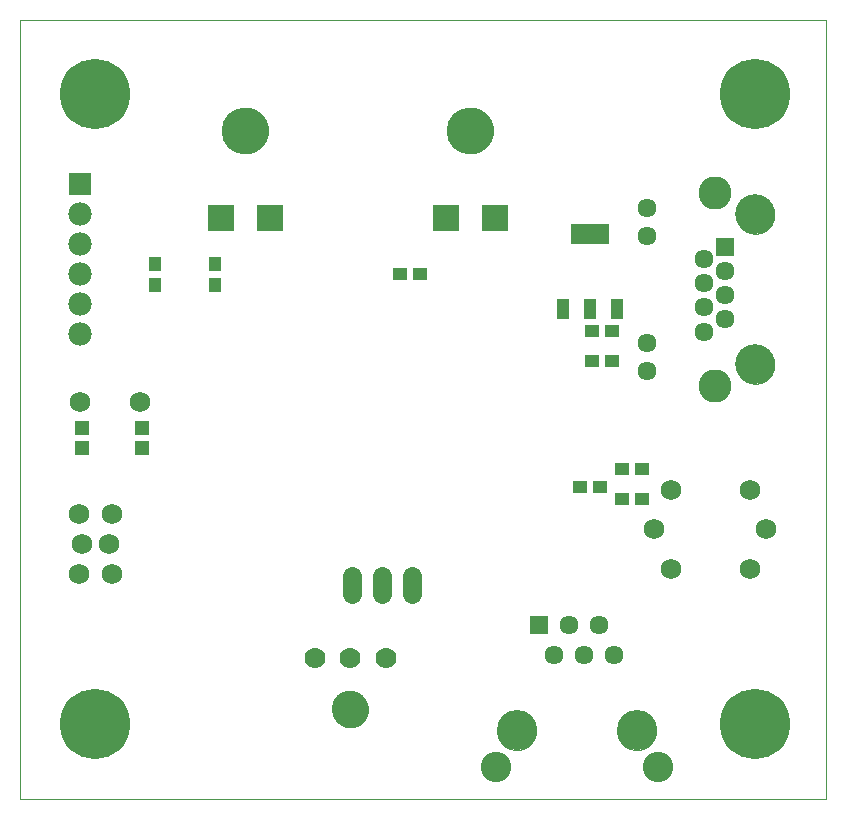
<source format=gbs>
G75*
%MOIN*%
%OFA0B0*%
%FSLAX25Y25*%
%IPPOS*%
%LPD*%
%AMOC8*
5,1,8,0,0,1.08239X$1,22.5*
%
%ADD10C,0.00000*%
%ADD11R,0.04652X0.04534*%
%ADD12R,0.06337X0.06337*%
%ADD13C,0.06337*%
%ADD14C,0.11030*%
%ADD15C,0.13195*%
%ADD16C,0.23400*%
%ADD17C,0.07000*%
%ADD18C,0.12211*%
%ADD19C,0.06800*%
%ADD20C,0.06400*%
%ADD21R,0.07800X0.07800*%
%ADD22C,0.07800*%
%ADD23R,0.04337X0.04731*%
%ADD24R,0.04731X0.04337*%
%ADD25C,0.06896*%
%ADD26R,0.08668X0.08668*%
%ADD27C,0.15597*%
%ADD28C,0.06900*%
%ADD29R,0.03900X0.06800*%
%ADD30R,0.12900X0.06800*%
%ADD31C,0.10144*%
%ADD32C,0.13392*%
D10*
X0003594Y0010258D02*
X0003594Y0270219D01*
X0272294Y0270219D01*
X0272294Y0010258D01*
X0003594Y0010258D01*
X0107688Y0040258D02*
X0107690Y0040411D01*
X0107696Y0040565D01*
X0107706Y0040718D01*
X0107720Y0040870D01*
X0107738Y0041023D01*
X0107760Y0041174D01*
X0107785Y0041325D01*
X0107815Y0041476D01*
X0107849Y0041626D01*
X0107886Y0041774D01*
X0107927Y0041922D01*
X0107972Y0042068D01*
X0108021Y0042214D01*
X0108074Y0042358D01*
X0108130Y0042500D01*
X0108190Y0042641D01*
X0108254Y0042781D01*
X0108321Y0042919D01*
X0108392Y0043055D01*
X0108467Y0043189D01*
X0108544Y0043321D01*
X0108626Y0043451D01*
X0108710Y0043579D01*
X0108798Y0043705D01*
X0108889Y0043828D01*
X0108983Y0043949D01*
X0109081Y0044067D01*
X0109181Y0044183D01*
X0109285Y0044296D01*
X0109391Y0044407D01*
X0109500Y0044515D01*
X0109612Y0044620D01*
X0109726Y0044721D01*
X0109844Y0044820D01*
X0109963Y0044916D01*
X0110085Y0045009D01*
X0110210Y0045098D01*
X0110337Y0045185D01*
X0110466Y0045267D01*
X0110597Y0045347D01*
X0110730Y0045423D01*
X0110865Y0045496D01*
X0111002Y0045565D01*
X0111141Y0045630D01*
X0111281Y0045692D01*
X0111423Y0045750D01*
X0111566Y0045805D01*
X0111711Y0045856D01*
X0111857Y0045903D01*
X0112004Y0045946D01*
X0112152Y0045985D01*
X0112301Y0046021D01*
X0112451Y0046052D01*
X0112602Y0046080D01*
X0112753Y0046104D01*
X0112906Y0046124D01*
X0113058Y0046140D01*
X0113211Y0046152D01*
X0113364Y0046160D01*
X0113517Y0046164D01*
X0113671Y0046164D01*
X0113824Y0046160D01*
X0113977Y0046152D01*
X0114130Y0046140D01*
X0114282Y0046124D01*
X0114435Y0046104D01*
X0114586Y0046080D01*
X0114737Y0046052D01*
X0114887Y0046021D01*
X0115036Y0045985D01*
X0115184Y0045946D01*
X0115331Y0045903D01*
X0115477Y0045856D01*
X0115622Y0045805D01*
X0115765Y0045750D01*
X0115907Y0045692D01*
X0116047Y0045630D01*
X0116186Y0045565D01*
X0116323Y0045496D01*
X0116458Y0045423D01*
X0116591Y0045347D01*
X0116722Y0045267D01*
X0116851Y0045185D01*
X0116978Y0045098D01*
X0117103Y0045009D01*
X0117225Y0044916D01*
X0117344Y0044820D01*
X0117462Y0044721D01*
X0117576Y0044620D01*
X0117688Y0044515D01*
X0117797Y0044407D01*
X0117903Y0044296D01*
X0118007Y0044183D01*
X0118107Y0044067D01*
X0118205Y0043949D01*
X0118299Y0043828D01*
X0118390Y0043705D01*
X0118478Y0043579D01*
X0118562Y0043451D01*
X0118644Y0043321D01*
X0118721Y0043189D01*
X0118796Y0043055D01*
X0118867Y0042919D01*
X0118934Y0042781D01*
X0118998Y0042641D01*
X0119058Y0042500D01*
X0119114Y0042358D01*
X0119167Y0042214D01*
X0119216Y0042068D01*
X0119261Y0041922D01*
X0119302Y0041774D01*
X0119339Y0041626D01*
X0119373Y0041476D01*
X0119403Y0041325D01*
X0119428Y0041174D01*
X0119450Y0041023D01*
X0119468Y0040870D01*
X0119482Y0040718D01*
X0119492Y0040565D01*
X0119498Y0040411D01*
X0119500Y0040258D01*
X0119498Y0040105D01*
X0119492Y0039951D01*
X0119482Y0039798D01*
X0119468Y0039646D01*
X0119450Y0039493D01*
X0119428Y0039342D01*
X0119403Y0039191D01*
X0119373Y0039040D01*
X0119339Y0038890D01*
X0119302Y0038742D01*
X0119261Y0038594D01*
X0119216Y0038448D01*
X0119167Y0038302D01*
X0119114Y0038158D01*
X0119058Y0038016D01*
X0118998Y0037875D01*
X0118934Y0037735D01*
X0118867Y0037597D01*
X0118796Y0037461D01*
X0118721Y0037327D01*
X0118644Y0037195D01*
X0118562Y0037065D01*
X0118478Y0036937D01*
X0118390Y0036811D01*
X0118299Y0036688D01*
X0118205Y0036567D01*
X0118107Y0036449D01*
X0118007Y0036333D01*
X0117903Y0036220D01*
X0117797Y0036109D01*
X0117688Y0036001D01*
X0117576Y0035896D01*
X0117462Y0035795D01*
X0117344Y0035696D01*
X0117225Y0035600D01*
X0117103Y0035507D01*
X0116978Y0035418D01*
X0116851Y0035331D01*
X0116722Y0035249D01*
X0116591Y0035169D01*
X0116458Y0035093D01*
X0116323Y0035020D01*
X0116186Y0034951D01*
X0116047Y0034886D01*
X0115907Y0034824D01*
X0115765Y0034766D01*
X0115622Y0034711D01*
X0115477Y0034660D01*
X0115331Y0034613D01*
X0115184Y0034570D01*
X0115036Y0034531D01*
X0114887Y0034495D01*
X0114737Y0034464D01*
X0114586Y0034436D01*
X0114435Y0034412D01*
X0114282Y0034392D01*
X0114130Y0034376D01*
X0113977Y0034364D01*
X0113824Y0034356D01*
X0113671Y0034352D01*
X0113517Y0034352D01*
X0113364Y0034356D01*
X0113211Y0034364D01*
X0113058Y0034376D01*
X0112906Y0034392D01*
X0112753Y0034412D01*
X0112602Y0034436D01*
X0112451Y0034464D01*
X0112301Y0034495D01*
X0112152Y0034531D01*
X0112004Y0034570D01*
X0111857Y0034613D01*
X0111711Y0034660D01*
X0111566Y0034711D01*
X0111423Y0034766D01*
X0111281Y0034824D01*
X0111141Y0034886D01*
X0111002Y0034951D01*
X0110865Y0035020D01*
X0110730Y0035093D01*
X0110597Y0035169D01*
X0110466Y0035249D01*
X0110337Y0035331D01*
X0110210Y0035418D01*
X0110085Y0035507D01*
X0109963Y0035600D01*
X0109844Y0035696D01*
X0109726Y0035795D01*
X0109612Y0035896D01*
X0109500Y0036001D01*
X0109391Y0036109D01*
X0109285Y0036220D01*
X0109181Y0036333D01*
X0109081Y0036449D01*
X0108983Y0036567D01*
X0108889Y0036688D01*
X0108798Y0036811D01*
X0108710Y0036937D01*
X0108626Y0037065D01*
X0108544Y0037195D01*
X0108467Y0037327D01*
X0108392Y0037461D01*
X0108321Y0037597D01*
X0108254Y0037735D01*
X0108190Y0037875D01*
X0108130Y0038016D01*
X0108074Y0038158D01*
X0108021Y0038302D01*
X0107972Y0038448D01*
X0107927Y0038594D01*
X0107886Y0038742D01*
X0107849Y0038890D01*
X0107815Y0039040D01*
X0107785Y0039191D01*
X0107760Y0039342D01*
X0107738Y0039493D01*
X0107720Y0039646D01*
X0107706Y0039798D01*
X0107696Y0039951D01*
X0107690Y0040105D01*
X0107688Y0040258D01*
X0162578Y0033258D02*
X0162580Y0033419D01*
X0162586Y0033579D01*
X0162596Y0033740D01*
X0162610Y0033900D01*
X0162628Y0034059D01*
X0162649Y0034219D01*
X0162675Y0034377D01*
X0162705Y0034535D01*
X0162738Y0034692D01*
X0162776Y0034849D01*
X0162817Y0035004D01*
X0162862Y0035158D01*
X0162911Y0035311D01*
X0162964Y0035463D01*
X0163020Y0035613D01*
X0163080Y0035762D01*
X0163144Y0035910D01*
X0163211Y0036056D01*
X0163282Y0036200D01*
X0163357Y0036342D01*
X0163435Y0036483D01*
X0163516Y0036621D01*
X0163601Y0036758D01*
X0163690Y0036892D01*
X0163781Y0037024D01*
X0163876Y0037154D01*
X0163974Y0037281D01*
X0164075Y0037406D01*
X0164179Y0037529D01*
X0164286Y0037648D01*
X0164396Y0037765D01*
X0164509Y0037880D01*
X0164625Y0037991D01*
X0164743Y0038100D01*
X0164864Y0038205D01*
X0164988Y0038308D01*
X0165114Y0038408D01*
X0165243Y0038504D01*
X0165374Y0038597D01*
X0165507Y0038687D01*
X0165642Y0038774D01*
X0165780Y0038857D01*
X0165919Y0038936D01*
X0166061Y0039013D01*
X0166204Y0039086D01*
X0166349Y0039155D01*
X0166496Y0039220D01*
X0166644Y0039282D01*
X0166794Y0039341D01*
X0166945Y0039395D01*
X0167097Y0039446D01*
X0167251Y0039493D01*
X0167406Y0039536D01*
X0167561Y0039575D01*
X0167718Y0039611D01*
X0167876Y0039643D01*
X0168034Y0039670D01*
X0168193Y0039694D01*
X0168352Y0039714D01*
X0168512Y0039730D01*
X0168673Y0039742D01*
X0168833Y0039750D01*
X0168994Y0039754D01*
X0169154Y0039754D01*
X0169315Y0039750D01*
X0169475Y0039742D01*
X0169636Y0039730D01*
X0169796Y0039714D01*
X0169955Y0039694D01*
X0170114Y0039670D01*
X0170272Y0039643D01*
X0170430Y0039611D01*
X0170587Y0039575D01*
X0170742Y0039536D01*
X0170897Y0039493D01*
X0171051Y0039446D01*
X0171203Y0039395D01*
X0171354Y0039341D01*
X0171504Y0039282D01*
X0171652Y0039220D01*
X0171799Y0039155D01*
X0171944Y0039086D01*
X0172087Y0039013D01*
X0172229Y0038936D01*
X0172368Y0038857D01*
X0172506Y0038774D01*
X0172641Y0038687D01*
X0172774Y0038597D01*
X0172905Y0038504D01*
X0173034Y0038408D01*
X0173160Y0038308D01*
X0173284Y0038205D01*
X0173405Y0038100D01*
X0173523Y0037991D01*
X0173639Y0037880D01*
X0173752Y0037765D01*
X0173862Y0037648D01*
X0173969Y0037529D01*
X0174073Y0037406D01*
X0174174Y0037281D01*
X0174272Y0037154D01*
X0174367Y0037024D01*
X0174458Y0036892D01*
X0174547Y0036758D01*
X0174632Y0036621D01*
X0174713Y0036483D01*
X0174791Y0036342D01*
X0174866Y0036200D01*
X0174937Y0036056D01*
X0175004Y0035910D01*
X0175068Y0035762D01*
X0175128Y0035613D01*
X0175184Y0035463D01*
X0175237Y0035311D01*
X0175286Y0035158D01*
X0175331Y0035004D01*
X0175372Y0034849D01*
X0175410Y0034692D01*
X0175443Y0034535D01*
X0175473Y0034377D01*
X0175499Y0034219D01*
X0175520Y0034059D01*
X0175538Y0033900D01*
X0175552Y0033740D01*
X0175562Y0033579D01*
X0175568Y0033419D01*
X0175570Y0033258D01*
X0175568Y0033097D01*
X0175562Y0032937D01*
X0175552Y0032776D01*
X0175538Y0032616D01*
X0175520Y0032457D01*
X0175499Y0032297D01*
X0175473Y0032139D01*
X0175443Y0031981D01*
X0175410Y0031824D01*
X0175372Y0031667D01*
X0175331Y0031512D01*
X0175286Y0031358D01*
X0175237Y0031205D01*
X0175184Y0031053D01*
X0175128Y0030903D01*
X0175068Y0030754D01*
X0175004Y0030606D01*
X0174937Y0030460D01*
X0174866Y0030316D01*
X0174791Y0030174D01*
X0174713Y0030033D01*
X0174632Y0029895D01*
X0174547Y0029758D01*
X0174458Y0029624D01*
X0174367Y0029492D01*
X0174272Y0029362D01*
X0174174Y0029235D01*
X0174073Y0029110D01*
X0173969Y0028987D01*
X0173862Y0028868D01*
X0173752Y0028751D01*
X0173639Y0028636D01*
X0173523Y0028525D01*
X0173405Y0028416D01*
X0173284Y0028311D01*
X0173160Y0028208D01*
X0173034Y0028108D01*
X0172905Y0028012D01*
X0172774Y0027919D01*
X0172641Y0027829D01*
X0172506Y0027742D01*
X0172368Y0027659D01*
X0172229Y0027580D01*
X0172087Y0027503D01*
X0171944Y0027430D01*
X0171799Y0027361D01*
X0171652Y0027296D01*
X0171504Y0027234D01*
X0171354Y0027175D01*
X0171203Y0027121D01*
X0171051Y0027070D01*
X0170897Y0027023D01*
X0170742Y0026980D01*
X0170587Y0026941D01*
X0170430Y0026905D01*
X0170272Y0026873D01*
X0170114Y0026846D01*
X0169955Y0026822D01*
X0169796Y0026802D01*
X0169636Y0026786D01*
X0169475Y0026774D01*
X0169315Y0026766D01*
X0169154Y0026762D01*
X0168994Y0026762D01*
X0168833Y0026766D01*
X0168673Y0026774D01*
X0168512Y0026786D01*
X0168352Y0026802D01*
X0168193Y0026822D01*
X0168034Y0026846D01*
X0167876Y0026873D01*
X0167718Y0026905D01*
X0167561Y0026941D01*
X0167406Y0026980D01*
X0167251Y0027023D01*
X0167097Y0027070D01*
X0166945Y0027121D01*
X0166794Y0027175D01*
X0166644Y0027234D01*
X0166496Y0027296D01*
X0166349Y0027361D01*
X0166204Y0027430D01*
X0166061Y0027503D01*
X0165919Y0027580D01*
X0165780Y0027659D01*
X0165642Y0027742D01*
X0165507Y0027829D01*
X0165374Y0027919D01*
X0165243Y0028012D01*
X0165114Y0028108D01*
X0164988Y0028208D01*
X0164864Y0028311D01*
X0164743Y0028416D01*
X0164625Y0028525D01*
X0164509Y0028636D01*
X0164396Y0028751D01*
X0164286Y0028868D01*
X0164179Y0028987D01*
X0164075Y0029110D01*
X0163974Y0029235D01*
X0163876Y0029362D01*
X0163781Y0029492D01*
X0163690Y0029624D01*
X0163601Y0029758D01*
X0163516Y0029895D01*
X0163435Y0030033D01*
X0163357Y0030174D01*
X0163282Y0030316D01*
X0163211Y0030460D01*
X0163144Y0030606D01*
X0163080Y0030754D01*
X0163020Y0030903D01*
X0162964Y0031053D01*
X0162911Y0031205D01*
X0162862Y0031358D01*
X0162817Y0031512D01*
X0162776Y0031667D01*
X0162738Y0031824D01*
X0162705Y0031981D01*
X0162675Y0032139D01*
X0162649Y0032297D01*
X0162628Y0032457D01*
X0162610Y0032616D01*
X0162596Y0032776D01*
X0162586Y0032937D01*
X0162580Y0033097D01*
X0162578Y0033258D01*
X0202578Y0033258D02*
X0202580Y0033419D01*
X0202586Y0033579D01*
X0202596Y0033740D01*
X0202610Y0033900D01*
X0202628Y0034059D01*
X0202649Y0034219D01*
X0202675Y0034377D01*
X0202705Y0034535D01*
X0202738Y0034692D01*
X0202776Y0034849D01*
X0202817Y0035004D01*
X0202862Y0035158D01*
X0202911Y0035311D01*
X0202964Y0035463D01*
X0203020Y0035613D01*
X0203080Y0035762D01*
X0203144Y0035910D01*
X0203211Y0036056D01*
X0203282Y0036200D01*
X0203357Y0036342D01*
X0203435Y0036483D01*
X0203516Y0036621D01*
X0203601Y0036758D01*
X0203690Y0036892D01*
X0203781Y0037024D01*
X0203876Y0037154D01*
X0203974Y0037281D01*
X0204075Y0037406D01*
X0204179Y0037529D01*
X0204286Y0037648D01*
X0204396Y0037765D01*
X0204509Y0037880D01*
X0204625Y0037991D01*
X0204743Y0038100D01*
X0204864Y0038205D01*
X0204988Y0038308D01*
X0205114Y0038408D01*
X0205243Y0038504D01*
X0205374Y0038597D01*
X0205507Y0038687D01*
X0205642Y0038774D01*
X0205780Y0038857D01*
X0205919Y0038936D01*
X0206061Y0039013D01*
X0206204Y0039086D01*
X0206349Y0039155D01*
X0206496Y0039220D01*
X0206644Y0039282D01*
X0206794Y0039341D01*
X0206945Y0039395D01*
X0207097Y0039446D01*
X0207251Y0039493D01*
X0207406Y0039536D01*
X0207561Y0039575D01*
X0207718Y0039611D01*
X0207876Y0039643D01*
X0208034Y0039670D01*
X0208193Y0039694D01*
X0208352Y0039714D01*
X0208512Y0039730D01*
X0208673Y0039742D01*
X0208833Y0039750D01*
X0208994Y0039754D01*
X0209154Y0039754D01*
X0209315Y0039750D01*
X0209475Y0039742D01*
X0209636Y0039730D01*
X0209796Y0039714D01*
X0209955Y0039694D01*
X0210114Y0039670D01*
X0210272Y0039643D01*
X0210430Y0039611D01*
X0210587Y0039575D01*
X0210742Y0039536D01*
X0210897Y0039493D01*
X0211051Y0039446D01*
X0211203Y0039395D01*
X0211354Y0039341D01*
X0211504Y0039282D01*
X0211652Y0039220D01*
X0211799Y0039155D01*
X0211944Y0039086D01*
X0212087Y0039013D01*
X0212229Y0038936D01*
X0212368Y0038857D01*
X0212506Y0038774D01*
X0212641Y0038687D01*
X0212774Y0038597D01*
X0212905Y0038504D01*
X0213034Y0038408D01*
X0213160Y0038308D01*
X0213284Y0038205D01*
X0213405Y0038100D01*
X0213523Y0037991D01*
X0213639Y0037880D01*
X0213752Y0037765D01*
X0213862Y0037648D01*
X0213969Y0037529D01*
X0214073Y0037406D01*
X0214174Y0037281D01*
X0214272Y0037154D01*
X0214367Y0037024D01*
X0214458Y0036892D01*
X0214547Y0036758D01*
X0214632Y0036621D01*
X0214713Y0036483D01*
X0214791Y0036342D01*
X0214866Y0036200D01*
X0214937Y0036056D01*
X0215004Y0035910D01*
X0215068Y0035762D01*
X0215128Y0035613D01*
X0215184Y0035463D01*
X0215237Y0035311D01*
X0215286Y0035158D01*
X0215331Y0035004D01*
X0215372Y0034849D01*
X0215410Y0034692D01*
X0215443Y0034535D01*
X0215473Y0034377D01*
X0215499Y0034219D01*
X0215520Y0034059D01*
X0215538Y0033900D01*
X0215552Y0033740D01*
X0215562Y0033579D01*
X0215568Y0033419D01*
X0215570Y0033258D01*
X0215568Y0033097D01*
X0215562Y0032937D01*
X0215552Y0032776D01*
X0215538Y0032616D01*
X0215520Y0032457D01*
X0215499Y0032297D01*
X0215473Y0032139D01*
X0215443Y0031981D01*
X0215410Y0031824D01*
X0215372Y0031667D01*
X0215331Y0031512D01*
X0215286Y0031358D01*
X0215237Y0031205D01*
X0215184Y0031053D01*
X0215128Y0030903D01*
X0215068Y0030754D01*
X0215004Y0030606D01*
X0214937Y0030460D01*
X0214866Y0030316D01*
X0214791Y0030174D01*
X0214713Y0030033D01*
X0214632Y0029895D01*
X0214547Y0029758D01*
X0214458Y0029624D01*
X0214367Y0029492D01*
X0214272Y0029362D01*
X0214174Y0029235D01*
X0214073Y0029110D01*
X0213969Y0028987D01*
X0213862Y0028868D01*
X0213752Y0028751D01*
X0213639Y0028636D01*
X0213523Y0028525D01*
X0213405Y0028416D01*
X0213284Y0028311D01*
X0213160Y0028208D01*
X0213034Y0028108D01*
X0212905Y0028012D01*
X0212774Y0027919D01*
X0212641Y0027829D01*
X0212506Y0027742D01*
X0212368Y0027659D01*
X0212229Y0027580D01*
X0212087Y0027503D01*
X0211944Y0027430D01*
X0211799Y0027361D01*
X0211652Y0027296D01*
X0211504Y0027234D01*
X0211354Y0027175D01*
X0211203Y0027121D01*
X0211051Y0027070D01*
X0210897Y0027023D01*
X0210742Y0026980D01*
X0210587Y0026941D01*
X0210430Y0026905D01*
X0210272Y0026873D01*
X0210114Y0026846D01*
X0209955Y0026822D01*
X0209796Y0026802D01*
X0209636Y0026786D01*
X0209475Y0026774D01*
X0209315Y0026766D01*
X0209154Y0026762D01*
X0208994Y0026762D01*
X0208833Y0026766D01*
X0208673Y0026774D01*
X0208512Y0026786D01*
X0208352Y0026802D01*
X0208193Y0026822D01*
X0208034Y0026846D01*
X0207876Y0026873D01*
X0207718Y0026905D01*
X0207561Y0026941D01*
X0207406Y0026980D01*
X0207251Y0027023D01*
X0207097Y0027070D01*
X0206945Y0027121D01*
X0206794Y0027175D01*
X0206644Y0027234D01*
X0206496Y0027296D01*
X0206349Y0027361D01*
X0206204Y0027430D01*
X0206061Y0027503D01*
X0205919Y0027580D01*
X0205780Y0027659D01*
X0205642Y0027742D01*
X0205507Y0027829D01*
X0205374Y0027919D01*
X0205243Y0028012D01*
X0205114Y0028108D01*
X0204988Y0028208D01*
X0204864Y0028311D01*
X0204743Y0028416D01*
X0204625Y0028525D01*
X0204509Y0028636D01*
X0204396Y0028751D01*
X0204286Y0028868D01*
X0204179Y0028987D01*
X0204075Y0029110D01*
X0203974Y0029235D01*
X0203876Y0029362D01*
X0203781Y0029492D01*
X0203690Y0029624D01*
X0203601Y0029758D01*
X0203516Y0029895D01*
X0203435Y0030033D01*
X0203357Y0030174D01*
X0203282Y0030316D01*
X0203211Y0030460D01*
X0203144Y0030606D01*
X0203080Y0030754D01*
X0203020Y0030903D01*
X0202964Y0031053D01*
X0202911Y0031205D01*
X0202862Y0031358D01*
X0202817Y0031512D01*
X0202776Y0031667D01*
X0202738Y0031824D01*
X0202705Y0031981D01*
X0202675Y0032139D01*
X0202649Y0032297D01*
X0202628Y0032457D01*
X0202610Y0032616D01*
X0202596Y0032776D01*
X0202586Y0032937D01*
X0202580Y0033097D01*
X0202578Y0033258D01*
X0242196Y0155258D02*
X0242198Y0155418D01*
X0242204Y0155577D01*
X0242214Y0155736D01*
X0242228Y0155895D01*
X0242246Y0156054D01*
X0242267Y0156212D01*
X0242293Y0156369D01*
X0242323Y0156526D01*
X0242356Y0156682D01*
X0242394Y0156837D01*
X0242435Y0156991D01*
X0242480Y0157144D01*
X0242529Y0157296D01*
X0242582Y0157446D01*
X0242638Y0157595D01*
X0242698Y0157743D01*
X0242762Y0157889D01*
X0242830Y0158034D01*
X0242901Y0158177D01*
X0242975Y0158318D01*
X0243053Y0158457D01*
X0243135Y0158594D01*
X0243220Y0158729D01*
X0243308Y0158862D01*
X0243399Y0158993D01*
X0243494Y0159121D01*
X0243592Y0159247D01*
X0243693Y0159371D01*
X0243797Y0159491D01*
X0243904Y0159610D01*
X0244014Y0159725D01*
X0244127Y0159838D01*
X0244242Y0159948D01*
X0244361Y0160055D01*
X0244481Y0160159D01*
X0244605Y0160260D01*
X0244731Y0160358D01*
X0244859Y0160453D01*
X0244990Y0160544D01*
X0245123Y0160632D01*
X0245258Y0160717D01*
X0245395Y0160799D01*
X0245534Y0160877D01*
X0245675Y0160951D01*
X0245818Y0161022D01*
X0245963Y0161090D01*
X0246109Y0161154D01*
X0246257Y0161214D01*
X0246406Y0161270D01*
X0246556Y0161323D01*
X0246708Y0161372D01*
X0246861Y0161417D01*
X0247015Y0161458D01*
X0247170Y0161496D01*
X0247326Y0161529D01*
X0247483Y0161559D01*
X0247640Y0161585D01*
X0247798Y0161606D01*
X0247957Y0161624D01*
X0248116Y0161638D01*
X0248275Y0161648D01*
X0248434Y0161654D01*
X0248594Y0161656D01*
X0248754Y0161654D01*
X0248913Y0161648D01*
X0249072Y0161638D01*
X0249231Y0161624D01*
X0249390Y0161606D01*
X0249548Y0161585D01*
X0249705Y0161559D01*
X0249862Y0161529D01*
X0250018Y0161496D01*
X0250173Y0161458D01*
X0250327Y0161417D01*
X0250480Y0161372D01*
X0250632Y0161323D01*
X0250782Y0161270D01*
X0250931Y0161214D01*
X0251079Y0161154D01*
X0251225Y0161090D01*
X0251370Y0161022D01*
X0251513Y0160951D01*
X0251654Y0160877D01*
X0251793Y0160799D01*
X0251930Y0160717D01*
X0252065Y0160632D01*
X0252198Y0160544D01*
X0252329Y0160453D01*
X0252457Y0160358D01*
X0252583Y0160260D01*
X0252707Y0160159D01*
X0252827Y0160055D01*
X0252946Y0159948D01*
X0253061Y0159838D01*
X0253174Y0159725D01*
X0253284Y0159610D01*
X0253391Y0159491D01*
X0253495Y0159371D01*
X0253596Y0159247D01*
X0253694Y0159121D01*
X0253789Y0158993D01*
X0253880Y0158862D01*
X0253968Y0158729D01*
X0254053Y0158594D01*
X0254135Y0158457D01*
X0254213Y0158318D01*
X0254287Y0158177D01*
X0254358Y0158034D01*
X0254426Y0157889D01*
X0254490Y0157743D01*
X0254550Y0157595D01*
X0254606Y0157446D01*
X0254659Y0157296D01*
X0254708Y0157144D01*
X0254753Y0156991D01*
X0254794Y0156837D01*
X0254832Y0156682D01*
X0254865Y0156526D01*
X0254895Y0156369D01*
X0254921Y0156212D01*
X0254942Y0156054D01*
X0254960Y0155895D01*
X0254974Y0155736D01*
X0254984Y0155577D01*
X0254990Y0155418D01*
X0254992Y0155258D01*
X0254990Y0155098D01*
X0254984Y0154939D01*
X0254974Y0154780D01*
X0254960Y0154621D01*
X0254942Y0154462D01*
X0254921Y0154304D01*
X0254895Y0154147D01*
X0254865Y0153990D01*
X0254832Y0153834D01*
X0254794Y0153679D01*
X0254753Y0153525D01*
X0254708Y0153372D01*
X0254659Y0153220D01*
X0254606Y0153070D01*
X0254550Y0152921D01*
X0254490Y0152773D01*
X0254426Y0152627D01*
X0254358Y0152482D01*
X0254287Y0152339D01*
X0254213Y0152198D01*
X0254135Y0152059D01*
X0254053Y0151922D01*
X0253968Y0151787D01*
X0253880Y0151654D01*
X0253789Y0151523D01*
X0253694Y0151395D01*
X0253596Y0151269D01*
X0253495Y0151145D01*
X0253391Y0151025D01*
X0253284Y0150906D01*
X0253174Y0150791D01*
X0253061Y0150678D01*
X0252946Y0150568D01*
X0252827Y0150461D01*
X0252707Y0150357D01*
X0252583Y0150256D01*
X0252457Y0150158D01*
X0252329Y0150063D01*
X0252198Y0149972D01*
X0252065Y0149884D01*
X0251930Y0149799D01*
X0251793Y0149717D01*
X0251654Y0149639D01*
X0251513Y0149565D01*
X0251370Y0149494D01*
X0251225Y0149426D01*
X0251079Y0149362D01*
X0250931Y0149302D01*
X0250782Y0149246D01*
X0250632Y0149193D01*
X0250480Y0149144D01*
X0250327Y0149099D01*
X0250173Y0149058D01*
X0250018Y0149020D01*
X0249862Y0148987D01*
X0249705Y0148957D01*
X0249548Y0148931D01*
X0249390Y0148910D01*
X0249231Y0148892D01*
X0249072Y0148878D01*
X0248913Y0148868D01*
X0248754Y0148862D01*
X0248594Y0148860D01*
X0248434Y0148862D01*
X0248275Y0148868D01*
X0248116Y0148878D01*
X0247957Y0148892D01*
X0247798Y0148910D01*
X0247640Y0148931D01*
X0247483Y0148957D01*
X0247326Y0148987D01*
X0247170Y0149020D01*
X0247015Y0149058D01*
X0246861Y0149099D01*
X0246708Y0149144D01*
X0246556Y0149193D01*
X0246406Y0149246D01*
X0246257Y0149302D01*
X0246109Y0149362D01*
X0245963Y0149426D01*
X0245818Y0149494D01*
X0245675Y0149565D01*
X0245534Y0149639D01*
X0245395Y0149717D01*
X0245258Y0149799D01*
X0245123Y0149884D01*
X0244990Y0149972D01*
X0244859Y0150063D01*
X0244731Y0150158D01*
X0244605Y0150256D01*
X0244481Y0150357D01*
X0244361Y0150461D01*
X0244242Y0150568D01*
X0244127Y0150678D01*
X0244014Y0150791D01*
X0243904Y0150906D01*
X0243797Y0151025D01*
X0243693Y0151145D01*
X0243592Y0151269D01*
X0243494Y0151395D01*
X0243399Y0151523D01*
X0243308Y0151654D01*
X0243220Y0151787D01*
X0243135Y0151922D01*
X0243053Y0152059D01*
X0242975Y0152198D01*
X0242901Y0152339D01*
X0242830Y0152482D01*
X0242762Y0152627D01*
X0242698Y0152773D01*
X0242638Y0152921D01*
X0242582Y0153070D01*
X0242529Y0153220D01*
X0242480Y0153372D01*
X0242435Y0153525D01*
X0242394Y0153679D01*
X0242356Y0153834D01*
X0242323Y0153990D01*
X0242293Y0154147D01*
X0242267Y0154304D01*
X0242246Y0154462D01*
X0242228Y0154621D01*
X0242214Y0154780D01*
X0242204Y0154939D01*
X0242198Y0155098D01*
X0242196Y0155258D01*
X0242196Y0205258D02*
X0242198Y0205418D01*
X0242204Y0205577D01*
X0242214Y0205736D01*
X0242228Y0205895D01*
X0242246Y0206054D01*
X0242267Y0206212D01*
X0242293Y0206369D01*
X0242323Y0206526D01*
X0242356Y0206682D01*
X0242394Y0206837D01*
X0242435Y0206991D01*
X0242480Y0207144D01*
X0242529Y0207296D01*
X0242582Y0207446D01*
X0242638Y0207595D01*
X0242698Y0207743D01*
X0242762Y0207889D01*
X0242830Y0208034D01*
X0242901Y0208177D01*
X0242975Y0208318D01*
X0243053Y0208457D01*
X0243135Y0208594D01*
X0243220Y0208729D01*
X0243308Y0208862D01*
X0243399Y0208993D01*
X0243494Y0209121D01*
X0243592Y0209247D01*
X0243693Y0209371D01*
X0243797Y0209491D01*
X0243904Y0209610D01*
X0244014Y0209725D01*
X0244127Y0209838D01*
X0244242Y0209948D01*
X0244361Y0210055D01*
X0244481Y0210159D01*
X0244605Y0210260D01*
X0244731Y0210358D01*
X0244859Y0210453D01*
X0244990Y0210544D01*
X0245123Y0210632D01*
X0245258Y0210717D01*
X0245395Y0210799D01*
X0245534Y0210877D01*
X0245675Y0210951D01*
X0245818Y0211022D01*
X0245963Y0211090D01*
X0246109Y0211154D01*
X0246257Y0211214D01*
X0246406Y0211270D01*
X0246556Y0211323D01*
X0246708Y0211372D01*
X0246861Y0211417D01*
X0247015Y0211458D01*
X0247170Y0211496D01*
X0247326Y0211529D01*
X0247483Y0211559D01*
X0247640Y0211585D01*
X0247798Y0211606D01*
X0247957Y0211624D01*
X0248116Y0211638D01*
X0248275Y0211648D01*
X0248434Y0211654D01*
X0248594Y0211656D01*
X0248754Y0211654D01*
X0248913Y0211648D01*
X0249072Y0211638D01*
X0249231Y0211624D01*
X0249390Y0211606D01*
X0249548Y0211585D01*
X0249705Y0211559D01*
X0249862Y0211529D01*
X0250018Y0211496D01*
X0250173Y0211458D01*
X0250327Y0211417D01*
X0250480Y0211372D01*
X0250632Y0211323D01*
X0250782Y0211270D01*
X0250931Y0211214D01*
X0251079Y0211154D01*
X0251225Y0211090D01*
X0251370Y0211022D01*
X0251513Y0210951D01*
X0251654Y0210877D01*
X0251793Y0210799D01*
X0251930Y0210717D01*
X0252065Y0210632D01*
X0252198Y0210544D01*
X0252329Y0210453D01*
X0252457Y0210358D01*
X0252583Y0210260D01*
X0252707Y0210159D01*
X0252827Y0210055D01*
X0252946Y0209948D01*
X0253061Y0209838D01*
X0253174Y0209725D01*
X0253284Y0209610D01*
X0253391Y0209491D01*
X0253495Y0209371D01*
X0253596Y0209247D01*
X0253694Y0209121D01*
X0253789Y0208993D01*
X0253880Y0208862D01*
X0253968Y0208729D01*
X0254053Y0208594D01*
X0254135Y0208457D01*
X0254213Y0208318D01*
X0254287Y0208177D01*
X0254358Y0208034D01*
X0254426Y0207889D01*
X0254490Y0207743D01*
X0254550Y0207595D01*
X0254606Y0207446D01*
X0254659Y0207296D01*
X0254708Y0207144D01*
X0254753Y0206991D01*
X0254794Y0206837D01*
X0254832Y0206682D01*
X0254865Y0206526D01*
X0254895Y0206369D01*
X0254921Y0206212D01*
X0254942Y0206054D01*
X0254960Y0205895D01*
X0254974Y0205736D01*
X0254984Y0205577D01*
X0254990Y0205418D01*
X0254992Y0205258D01*
X0254990Y0205098D01*
X0254984Y0204939D01*
X0254974Y0204780D01*
X0254960Y0204621D01*
X0254942Y0204462D01*
X0254921Y0204304D01*
X0254895Y0204147D01*
X0254865Y0203990D01*
X0254832Y0203834D01*
X0254794Y0203679D01*
X0254753Y0203525D01*
X0254708Y0203372D01*
X0254659Y0203220D01*
X0254606Y0203070D01*
X0254550Y0202921D01*
X0254490Y0202773D01*
X0254426Y0202627D01*
X0254358Y0202482D01*
X0254287Y0202339D01*
X0254213Y0202198D01*
X0254135Y0202059D01*
X0254053Y0201922D01*
X0253968Y0201787D01*
X0253880Y0201654D01*
X0253789Y0201523D01*
X0253694Y0201395D01*
X0253596Y0201269D01*
X0253495Y0201145D01*
X0253391Y0201025D01*
X0253284Y0200906D01*
X0253174Y0200791D01*
X0253061Y0200678D01*
X0252946Y0200568D01*
X0252827Y0200461D01*
X0252707Y0200357D01*
X0252583Y0200256D01*
X0252457Y0200158D01*
X0252329Y0200063D01*
X0252198Y0199972D01*
X0252065Y0199884D01*
X0251930Y0199799D01*
X0251793Y0199717D01*
X0251654Y0199639D01*
X0251513Y0199565D01*
X0251370Y0199494D01*
X0251225Y0199426D01*
X0251079Y0199362D01*
X0250931Y0199302D01*
X0250782Y0199246D01*
X0250632Y0199193D01*
X0250480Y0199144D01*
X0250327Y0199099D01*
X0250173Y0199058D01*
X0250018Y0199020D01*
X0249862Y0198987D01*
X0249705Y0198957D01*
X0249548Y0198931D01*
X0249390Y0198910D01*
X0249231Y0198892D01*
X0249072Y0198878D01*
X0248913Y0198868D01*
X0248754Y0198862D01*
X0248594Y0198860D01*
X0248434Y0198862D01*
X0248275Y0198868D01*
X0248116Y0198878D01*
X0247957Y0198892D01*
X0247798Y0198910D01*
X0247640Y0198931D01*
X0247483Y0198957D01*
X0247326Y0198987D01*
X0247170Y0199020D01*
X0247015Y0199058D01*
X0246861Y0199099D01*
X0246708Y0199144D01*
X0246556Y0199193D01*
X0246406Y0199246D01*
X0246257Y0199302D01*
X0246109Y0199362D01*
X0245963Y0199426D01*
X0245818Y0199494D01*
X0245675Y0199565D01*
X0245534Y0199639D01*
X0245395Y0199717D01*
X0245258Y0199799D01*
X0245123Y0199884D01*
X0244990Y0199972D01*
X0244859Y0200063D01*
X0244731Y0200158D01*
X0244605Y0200256D01*
X0244481Y0200357D01*
X0244361Y0200461D01*
X0244242Y0200568D01*
X0244127Y0200678D01*
X0244014Y0200791D01*
X0243904Y0200906D01*
X0243797Y0201025D01*
X0243693Y0201145D01*
X0243592Y0201269D01*
X0243494Y0201395D01*
X0243399Y0201523D01*
X0243308Y0201654D01*
X0243220Y0201787D01*
X0243135Y0201922D01*
X0243053Y0202059D01*
X0242975Y0202198D01*
X0242901Y0202339D01*
X0242830Y0202482D01*
X0242762Y0202627D01*
X0242698Y0202773D01*
X0242638Y0202921D01*
X0242582Y0203070D01*
X0242529Y0203220D01*
X0242480Y0203372D01*
X0242435Y0203525D01*
X0242394Y0203679D01*
X0242356Y0203834D01*
X0242323Y0203990D01*
X0242293Y0204147D01*
X0242267Y0204304D01*
X0242246Y0204462D01*
X0242228Y0204621D01*
X0242214Y0204780D01*
X0242204Y0204939D01*
X0242198Y0205098D01*
X0242196Y0205258D01*
X0145996Y0233250D02*
X0145998Y0233436D01*
X0146005Y0233623D01*
X0146017Y0233809D01*
X0146033Y0233995D01*
X0146053Y0234180D01*
X0146078Y0234365D01*
X0146108Y0234549D01*
X0146142Y0234732D01*
X0146181Y0234915D01*
X0146224Y0235096D01*
X0146271Y0235276D01*
X0146323Y0235456D01*
X0146379Y0235633D01*
X0146440Y0235810D01*
X0146505Y0235984D01*
X0146574Y0236158D01*
X0146648Y0236329D01*
X0146725Y0236499D01*
X0146807Y0236666D01*
X0146893Y0236832D01*
X0146983Y0236995D01*
X0147077Y0237156D01*
X0147175Y0237315D01*
X0147276Y0237471D01*
X0147382Y0237625D01*
X0147491Y0237776D01*
X0147604Y0237925D01*
X0147721Y0238070D01*
X0147841Y0238213D01*
X0147964Y0238353D01*
X0148091Y0238489D01*
X0148221Y0238623D01*
X0148355Y0238753D01*
X0148491Y0238880D01*
X0148631Y0239003D01*
X0148774Y0239123D01*
X0148919Y0239240D01*
X0149068Y0239353D01*
X0149219Y0239462D01*
X0149373Y0239568D01*
X0149529Y0239669D01*
X0149688Y0239767D01*
X0149849Y0239861D01*
X0150012Y0239951D01*
X0150178Y0240037D01*
X0150345Y0240119D01*
X0150515Y0240196D01*
X0150686Y0240270D01*
X0150860Y0240339D01*
X0151034Y0240404D01*
X0151211Y0240465D01*
X0151388Y0240521D01*
X0151568Y0240573D01*
X0151748Y0240620D01*
X0151929Y0240663D01*
X0152112Y0240702D01*
X0152295Y0240736D01*
X0152479Y0240766D01*
X0152664Y0240791D01*
X0152849Y0240811D01*
X0153035Y0240827D01*
X0153221Y0240839D01*
X0153408Y0240846D01*
X0153594Y0240848D01*
X0153780Y0240846D01*
X0153967Y0240839D01*
X0154153Y0240827D01*
X0154339Y0240811D01*
X0154524Y0240791D01*
X0154709Y0240766D01*
X0154893Y0240736D01*
X0155076Y0240702D01*
X0155259Y0240663D01*
X0155440Y0240620D01*
X0155620Y0240573D01*
X0155800Y0240521D01*
X0155977Y0240465D01*
X0156154Y0240404D01*
X0156328Y0240339D01*
X0156502Y0240270D01*
X0156673Y0240196D01*
X0156843Y0240119D01*
X0157010Y0240037D01*
X0157176Y0239951D01*
X0157339Y0239861D01*
X0157500Y0239767D01*
X0157659Y0239669D01*
X0157815Y0239568D01*
X0157969Y0239462D01*
X0158120Y0239353D01*
X0158269Y0239240D01*
X0158414Y0239123D01*
X0158557Y0239003D01*
X0158697Y0238880D01*
X0158833Y0238753D01*
X0158967Y0238623D01*
X0159097Y0238489D01*
X0159224Y0238353D01*
X0159347Y0238213D01*
X0159467Y0238070D01*
X0159584Y0237925D01*
X0159697Y0237776D01*
X0159806Y0237625D01*
X0159912Y0237471D01*
X0160013Y0237315D01*
X0160111Y0237156D01*
X0160205Y0236995D01*
X0160295Y0236832D01*
X0160381Y0236666D01*
X0160463Y0236499D01*
X0160540Y0236329D01*
X0160614Y0236158D01*
X0160683Y0235984D01*
X0160748Y0235810D01*
X0160809Y0235633D01*
X0160865Y0235456D01*
X0160917Y0235276D01*
X0160964Y0235096D01*
X0161007Y0234915D01*
X0161046Y0234732D01*
X0161080Y0234549D01*
X0161110Y0234365D01*
X0161135Y0234180D01*
X0161155Y0233995D01*
X0161171Y0233809D01*
X0161183Y0233623D01*
X0161190Y0233436D01*
X0161192Y0233250D01*
X0161190Y0233064D01*
X0161183Y0232877D01*
X0161171Y0232691D01*
X0161155Y0232505D01*
X0161135Y0232320D01*
X0161110Y0232135D01*
X0161080Y0231951D01*
X0161046Y0231768D01*
X0161007Y0231585D01*
X0160964Y0231404D01*
X0160917Y0231224D01*
X0160865Y0231044D01*
X0160809Y0230867D01*
X0160748Y0230690D01*
X0160683Y0230516D01*
X0160614Y0230342D01*
X0160540Y0230171D01*
X0160463Y0230001D01*
X0160381Y0229834D01*
X0160295Y0229668D01*
X0160205Y0229505D01*
X0160111Y0229344D01*
X0160013Y0229185D01*
X0159912Y0229029D01*
X0159806Y0228875D01*
X0159697Y0228724D01*
X0159584Y0228575D01*
X0159467Y0228430D01*
X0159347Y0228287D01*
X0159224Y0228147D01*
X0159097Y0228011D01*
X0158967Y0227877D01*
X0158833Y0227747D01*
X0158697Y0227620D01*
X0158557Y0227497D01*
X0158414Y0227377D01*
X0158269Y0227260D01*
X0158120Y0227147D01*
X0157969Y0227038D01*
X0157815Y0226932D01*
X0157659Y0226831D01*
X0157500Y0226733D01*
X0157339Y0226639D01*
X0157176Y0226549D01*
X0157010Y0226463D01*
X0156843Y0226381D01*
X0156673Y0226304D01*
X0156502Y0226230D01*
X0156328Y0226161D01*
X0156154Y0226096D01*
X0155977Y0226035D01*
X0155800Y0225979D01*
X0155620Y0225927D01*
X0155440Y0225880D01*
X0155259Y0225837D01*
X0155076Y0225798D01*
X0154893Y0225764D01*
X0154709Y0225734D01*
X0154524Y0225709D01*
X0154339Y0225689D01*
X0154153Y0225673D01*
X0153967Y0225661D01*
X0153780Y0225654D01*
X0153594Y0225652D01*
X0153408Y0225654D01*
X0153221Y0225661D01*
X0153035Y0225673D01*
X0152849Y0225689D01*
X0152664Y0225709D01*
X0152479Y0225734D01*
X0152295Y0225764D01*
X0152112Y0225798D01*
X0151929Y0225837D01*
X0151748Y0225880D01*
X0151568Y0225927D01*
X0151388Y0225979D01*
X0151211Y0226035D01*
X0151034Y0226096D01*
X0150860Y0226161D01*
X0150686Y0226230D01*
X0150515Y0226304D01*
X0150345Y0226381D01*
X0150178Y0226463D01*
X0150012Y0226549D01*
X0149849Y0226639D01*
X0149688Y0226733D01*
X0149529Y0226831D01*
X0149373Y0226932D01*
X0149219Y0227038D01*
X0149068Y0227147D01*
X0148919Y0227260D01*
X0148774Y0227377D01*
X0148631Y0227497D01*
X0148491Y0227620D01*
X0148355Y0227747D01*
X0148221Y0227877D01*
X0148091Y0228011D01*
X0147964Y0228147D01*
X0147841Y0228287D01*
X0147721Y0228430D01*
X0147604Y0228575D01*
X0147491Y0228724D01*
X0147382Y0228875D01*
X0147276Y0229029D01*
X0147175Y0229185D01*
X0147077Y0229344D01*
X0146983Y0229505D01*
X0146893Y0229668D01*
X0146807Y0229834D01*
X0146725Y0230001D01*
X0146648Y0230171D01*
X0146574Y0230342D01*
X0146505Y0230516D01*
X0146440Y0230690D01*
X0146379Y0230867D01*
X0146323Y0231044D01*
X0146271Y0231224D01*
X0146224Y0231404D01*
X0146181Y0231585D01*
X0146142Y0231768D01*
X0146108Y0231951D01*
X0146078Y0232135D01*
X0146053Y0232320D01*
X0146033Y0232505D01*
X0146017Y0232691D01*
X0146005Y0232877D01*
X0145998Y0233064D01*
X0145996Y0233250D01*
X0070996Y0233250D02*
X0070998Y0233436D01*
X0071005Y0233623D01*
X0071017Y0233809D01*
X0071033Y0233995D01*
X0071053Y0234180D01*
X0071078Y0234365D01*
X0071108Y0234549D01*
X0071142Y0234732D01*
X0071181Y0234915D01*
X0071224Y0235096D01*
X0071271Y0235276D01*
X0071323Y0235456D01*
X0071379Y0235633D01*
X0071440Y0235810D01*
X0071505Y0235984D01*
X0071574Y0236158D01*
X0071648Y0236329D01*
X0071725Y0236499D01*
X0071807Y0236666D01*
X0071893Y0236832D01*
X0071983Y0236995D01*
X0072077Y0237156D01*
X0072175Y0237315D01*
X0072276Y0237471D01*
X0072382Y0237625D01*
X0072491Y0237776D01*
X0072604Y0237925D01*
X0072721Y0238070D01*
X0072841Y0238213D01*
X0072964Y0238353D01*
X0073091Y0238489D01*
X0073221Y0238623D01*
X0073355Y0238753D01*
X0073491Y0238880D01*
X0073631Y0239003D01*
X0073774Y0239123D01*
X0073919Y0239240D01*
X0074068Y0239353D01*
X0074219Y0239462D01*
X0074373Y0239568D01*
X0074529Y0239669D01*
X0074688Y0239767D01*
X0074849Y0239861D01*
X0075012Y0239951D01*
X0075178Y0240037D01*
X0075345Y0240119D01*
X0075515Y0240196D01*
X0075686Y0240270D01*
X0075860Y0240339D01*
X0076034Y0240404D01*
X0076211Y0240465D01*
X0076388Y0240521D01*
X0076568Y0240573D01*
X0076748Y0240620D01*
X0076929Y0240663D01*
X0077112Y0240702D01*
X0077295Y0240736D01*
X0077479Y0240766D01*
X0077664Y0240791D01*
X0077849Y0240811D01*
X0078035Y0240827D01*
X0078221Y0240839D01*
X0078408Y0240846D01*
X0078594Y0240848D01*
X0078780Y0240846D01*
X0078967Y0240839D01*
X0079153Y0240827D01*
X0079339Y0240811D01*
X0079524Y0240791D01*
X0079709Y0240766D01*
X0079893Y0240736D01*
X0080076Y0240702D01*
X0080259Y0240663D01*
X0080440Y0240620D01*
X0080620Y0240573D01*
X0080800Y0240521D01*
X0080977Y0240465D01*
X0081154Y0240404D01*
X0081328Y0240339D01*
X0081502Y0240270D01*
X0081673Y0240196D01*
X0081843Y0240119D01*
X0082010Y0240037D01*
X0082176Y0239951D01*
X0082339Y0239861D01*
X0082500Y0239767D01*
X0082659Y0239669D01*
X0082815Y0239568D01*
X0082969Y0239462D01*
X0083120Y0239353D01*
X0083269Y0239240D01*
X0083414Y0239123D01*
X0083557Y0239003D01*
X0083697Y0238880D01*
X0083833Y0238753D01*
X0083967Y0238623D01*
X0084097Y0238489D01*
X0084224Y0238353D01*
X0084347Y0238213D01*
X0084467Y0238070D01*
X0084584Y0237925D01*
X0084697Y0237776D01*
X0084806Y0237625D01*
X0084912Y0237471D01*
X0085013Y0237315D01*
X0085111Y0237156D01*
X0085205Y0236995D01*
X0085295Y0236832D01*
X0085381Y0236666D01*
X0085463Y0236499D01*
X0085540Y0236329D01*
X0085614Y0236158D01*
X0085683Y0235984D01*
X0085748Y0235810D01*
X0085809Y0235633D01*
X0085865Y0235456D01*
X0085917Y0235276D01*
X0085964Y0235096D01*
X0086007Y0234915D01*
X0086046Y0234732D01*
X0086080Y0234549D01*
X0086110Y0234365D01*
X0086135Y0234180D01*
X0086155Y0233995D01*
X0086171Y0233809D01*
X0086183Y0233623D01*
X0086190Y0233436D01*
X0086192Y0233250D01*
X0086190Y0233064D01*
X0086183Y0232877D01*
X0086171Y0232691D01*
X0086155Y0232505D01*
X0086135Y0232320D01*
X0086110Y0232135D01*
X0086080Y0231951D01*
X0086046Y0231768D01*
X0086007Y0231585D01*
X0085964Y0231404D01*
X0085917Y0231224D01*
X0085865Y0231044D01*
X0085809Y0230867D01*
X0085748Y0230690D01*
X0085683Y0230516D01*
X0085614Y0230342D01*
X0085540Y0230171D01*
X0085463Y0230001D01*
X0085381Y0229834D01*
X0085295Y0229668D01*
X0085205Y0229505D01*
X0085111Y0229344D01*
X0085013Y0229185D01*
X0084912Y0229029D01*
X0084806Y0228875D01*
X0084697Y0228724D01*
X0084584Y0228575D01*
X0084467Y0228430D01*
X0084347Y0228287D01*
X0084224Y0228147D01*
X0084097Y0228011D01*
X0083967Y0227877D01*
X0083833Y0227747D01*
X0083697Y0227620D01*
X0083557Y0227497D01*
X0083414Y0227377D01*
X0083269Y0227260D01*
X0083120Y0227147D01*
X0082969Y0227038D01*
X0082815Y0226932D01*
X0082659Y0226831D01*
X0082500Y0226733D01*
X0082339Y0226639D01*
X0082176Y0226549D01*
X0082010Y0226463D01*
X0081843Y0226381D01*
X0081673Y0226304D01*
X0081502Y0226230D01*
X0081328Y0226161D01*
X0081154Y0226096D01*
X0080977Y0226035D01*
X0080800Y0225979D01*
X0080620Y0225927D01*
X0080440Y0225880D01*
X0080259Y0225837D01*
X0080076Y0225798D01*
X0079893Y0225764D01*
X0079709Y0225734D01*
X0079524Y0225709D01*
X0079339Y0225689D01*
X0079153Y0225673D01*
X0078967Y0225661D01*
X0078780Y0225654D01*
X0078594Y0225652D01*
X0078408Y0225654D01*
X0078221Y0225661D01*
X0078035Y0225673D01*
X0077849Y0225689D01*
X0077664Y0225709D01*
X0077479Y0225734D01*
X0077295Y0225764D01*
X0077112Y0225798D01*
X0076929Y0225837D01*
X0076748Y0225880D01*
X0076568Y0225927D01*
X0076388Y0225979D01*
X0076211Y0226035D01*
X0076034Y0226096D01*
X0075860Y0226161D01*
X0075686Y0226230D01*
X0075515Y0226304D01*
X0075345Y0226381D01*
X0075178Y0226463D01*
X0075012Y0226549D01*
X0074849Y0226639D01*
X0074688Y0226733D01*
X0074529Y0226831D01*
X0074373Y0226932D01*
X0074219Y0227038D01*
X0074068Y0227147D01*
X0073919Y0227260D01*
X0073774Y0227377D01*
X0073631Y0227497D01*
X0073491Y0227620D01*
X0073355Y0227747D01*
X0073221Y0227877D01*
X0073091Y0228011D01*
X0072964Y0228147D01*
X0072841Y0228287D01*
X0072721Y0228430D01*
X0072604Y0228575D01*
X0072491Y0228724D01*
X0072382Y0228875D01*
X0072276Y0229029D01*
X0072175Y0229185D01*
X0072077Y0229344D01*
X0071983Y0229505D01*
X0071893Y0229668D01*
X0071807Y0229834D01*
X0071725Y0230001D01*
X0071648Y0230171D01*
X0071574Y0230342D01*
X0071505Y0230516D01*
X0071440Y0230690D01*
X0071379Y0230867D01*
X0071323Y0231044D01*
X0071271Y0231224D01*
X0071224Y0231404D01*
X0071181Y0231585D01*
X0071142Y0231768D01*
X0071108Y0231951D01*
X0071078Y0232135D01*
X0071053Y0232320D01*
X0071033Y0232505D01*
X0071017Y0232691D01*
X0071005Y0232877D01*
X0070998Y0233064D01*
X0070996Y0233250D01*
D11*
X0044094Y0134203D03*
X0044094Y0127313D03*
X0024094Y0127313D03*
X0024094Y0134203D03*
D12*
X0176594Y0068258D03*
X0238594Y0194352D03*
D13*
X0238594Y0186321D03*
X0238594Y0178289D03*
X0238594Y0170258D03*
X0231586Y0174274D03*
X0231586Y0182305D03*
X0231586Y0190337D03*
X0212609Y0198250D03*
X0212609Y0207266D03*
X0231586Y0166242D03*
X0212609Y0162266D03*
X0212609Y0153250D03*
X0196594Y0068258D03*
X0186594Y0068258D03*
X0191594Y0058258D03*
X0181594Y0058258D03*
X0201594Y0058258D03*
D14*
X0235090Y0148250D03*
X0235090Y0212266D03*
D15*
X0248594Y0205258D03*
X0248594Y0155258D03*
D16*
X0248594Y0245258D03*
X0028594Y0245258D03*
X0028594Y0035258D03*
X0248594Y0035258D03*
D17*
X0125405Y0057266D03*
X0113594Y0057266D03*
X0101783Y0057266D03*
D18*
X0113594Y0040258D03*
D19*
X0034094Y0085258D03*
X0033094Y0095258D03*
X0024094Y0095258D03*
X0023094Y0105258D03*
X0034094Y0105258D03*
X0023094Y0085258D03*
D20*
X0114094Y0084758D02*
X0114094Y0078758D01*
X0124094Y0078758D02*
X0124094Y0084758D01*
X0134094Y0084758D02*
X0134094Y0078758D01*
D21*
X0023594Y0215258D03*
D22*
X0023594Y0205258D03*
X0023594Y0195258D03*
X0023594Y0185258D03*
X0023594Y0175258D03*
X0023594Y0165258D03*
D23*
X0048594Y0181911D03*
X0048594Y0188604D03*
X0068594Y0188604D03*
X0068594Y0181911D03*
D24*
X0130247Y0185258D03*
X0136940Y0185258D03*
X0194247Y0166258D03*
X0200940Y0166258D03*
X0200940Y0156258D03*
X0194247Y0156258D03*
X0204247Y0120258D03*
X0210940Y0120258D03*
X0210940Y0110258D03*
X0204247Y0110258D03*
X0196940Y0114258D03*
X0190247Y0114258D03*
D25*
X0215011Y0100258D03*
X0220454Y0087118D03*
X0220454Y0113398D03*
X0246733Y0113398D03*
X0252176Y0100258D03*
X0246733Y0087118D03*
D26*
X0161743Y0204234D03*
X0145444Y0204234D03*
X0086743Y0204234D03*
X0070444Y0204234D03*
D27*
X0078594Y0233250D03*
X0153594Y0233250D03*
D28*
X0043594Y0142758D03*
X0023594Y0142758D03*
D29*
X0184494Y0173658D03*
X0193594Y0173658D03*
X0202694Y0173658D03*
D30*
X0193594Y0198858D03*
D31*
X0216082Y0021250D03*
X0162066Y0021250D03*
D32*
X0169074Y0033258D03*
X0209074Y0033258D03*
M02*

</source>
